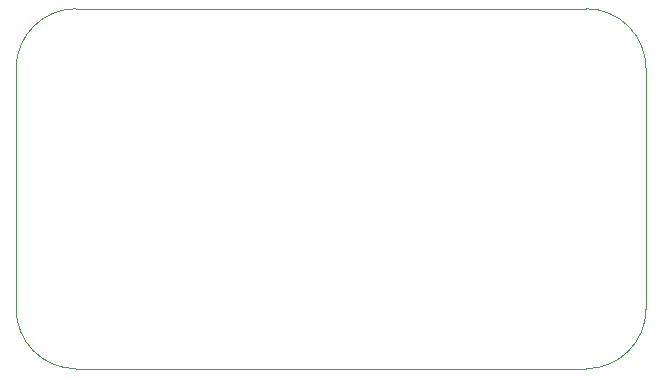
<source format=gbr>
G04 #@! TF.GenerationSoftware,KiCad,Pcbnew,5.1.6-c6e7f7d~87~ubuntu18.04.1*
G04 #@! TF.CreationDate,2020-08-21T12:14:16-04:00*
G04 #@! TF.ProjectId,lm3886_stereo_amp,6c6d3338-3836-45f7-9374-6572656f5f61,1*
G04 #@! TF.SameCoordinates,Original*
G04 #@! TF.FileFunction,Profile,NP*
%FSLAX46Y46*%
G04 Gerber Fmt 4.6, Leading zero omitted, Abs format (unit mm)*
G04 Created by KiCad (PCBNEW 5.1.6-c6e7f7d~87~ubuntu18.04.1) date 2020-08-21 12:14:16*
%MOMM*%
%LPD*%
G01*
G04 APERTURE LIST*
G04 #@! TA.AperFunction,Profile*
%ADD10C,0.050000*%
G04 #@! TD*
G04 APERTURE END LIST*
D10*
X120650000Y-87630000D02*
G75*
G02*
X125730000Y-82550000I5080000J0D01*
G01*
X168910000Y-82550000D02*
G75*
G02*
X173990000Y-87630000I0J-5080000D01*
G01*
X173990000Y-107950000D02*
G75*
G02*
X168910000Y-113030000I-5080000J0D01*
G01*
X125730000Y-113030000D02*
G75*
G02*
X120650000Y-107950000I0J5080000D01*
G01*
X125730000Y-113030000D02*
X168910000Y-113030000D01*
X173990000Y-107950000D02*
X173990000Y-87630000D01*
X120650000Y-87630000D02*
X120650000Y-107950000D01*
X168910000Y-82550000D02*
X125730000Y-82550000D01*
M02*

</source>
